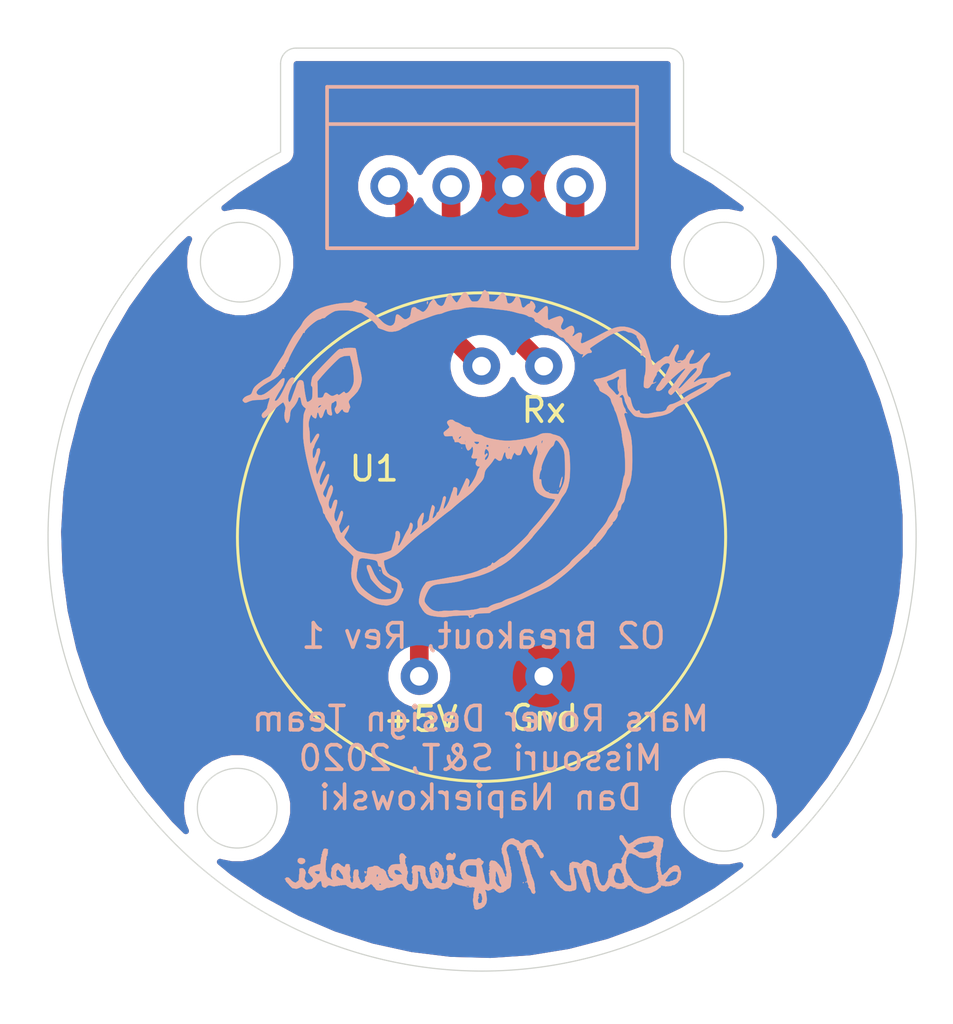
<source format=kicad_pcb>
(kicad_pcb (version 20171130) (host pcbnew "(5.1.4)-1")
  (layers (0 F.Cu signal) (31 B.Cu signal) (34 B.Paste user) (35 F.Paste user) (36 B.SilkS user) (37 F.SilkS user) (38 B.Mask user) (39 F.Mask user) (44 Edge.Cuts user))
  (net 0 "")
  (net 1 Tx)
  (net 2 Rx)
  (net 3 GND)
  (net 4 +5V)
  (module ESP8266:Signature (layer B.Cu) (at 153.162 125.73 180)
    (fp_text reference G*** hide)
    (fp_text value LOGO hide)
  )
  (module ESP8266:lizard_logo (layer B.Cu) (at 153.035 110.2995 180)
    (fp_text reference G*** hide)
    (fp_text value LOGO hide)
  )
  (module O2_Sensor:O2_Sensor (layer F.Cu) (at 153.0125 112.093)
    (fp_text reference U1 (at -4.4 -2.8) (layer F.SilkS))
    (fp_text value O2_sensor)
    (fp_text user Rx (at 2.55 -5.2) (layer F.SilkS))
    (fp_text user Gnd (at 2.55 7.4) (layer F.SilkS))
    (fp_text user +5V (at -2.5 7.45) (layer F.SilkS))
    (pad 4 thru_hole circle (at 2.55 -7) (size 1.524 1.524) (drill 0.762) (layers *.Cu *.Mask) (net 2 Rx))
    (pad 3 thru_hole circle (at 0 -7) (size 1.524 1.524) (drill 0.762) (layers *.Cu *.Mask) (net 1 Tx))
    (pad 2 thru_hole circle (at 2.55 5.7) (size 1.524 1.524) (drill 0.762) (layers *.Cu *.Mask) (net 3 GND))
    (pad 1 thru_hole circle (at -2.55 5.7) (size 1.524 1.524) (drill 0.762) (layers *.Cu *.Mask) (net 4 +5V))
  )
  (module MRDT_Connectors:MOLEX_SL_04_Vertical (layer B.Cu) (at 156.845 97.7265 180)
    (fp_text reference Conn1 hide)
    (fp_text value Molex_SL_04)
    (pad 4 thru_hole circle (at 7.62 0 180) (size 1.524 1.524) (drill 0.9) (layers *.Cu *.Mask) (net 1 Tx))
    (pad 4 thru_hole circle (at 7.62 0 180) (size 1.524 1.524) (drill 0.9) (layers *.Cu *.Mask) (net 1 Tx))
    (pad 3 thru_hole circle (at 5.08 0 180) (size 1.524 1.524) (drill 0.9) (layers *.Cu *.Mask) (net 2 Rx))
    (pad 2 thru_hole circle (at 2.54 0 180) (size 1.524 1.524) (drill 0.9) (layers *.Cu *.Mask) (net 3 GND))
    (pad 1 thru_hole circle (at 0 0 180) (size 1.524 1.524) (drill 0.9) (layers *.Cu *.Mask) (net 4 +5V))
  )
  (gr_arc (start 153.035 112.0775) (end 144.780001 96.329501) (angle -304.6735233) (layer Edge.Cuts) (width 0.05))
  (gr_text "\nMars Rover Design Team\nMissouri S&T, 2020\nDan Napierkowski" (at 152.9715 120.3325) (layer B.SilkS) (effects (font (size 1 1)) (justify mirror)))
  (gr_line (start 144.780001 96.329501) (end 144.78 92.71) (layer Edge.Cuts) (width 0.05))
  (gr_circle (center 162.941 123.317) (end 164.57295 123.317) (layer Edge.Cuts) (width 0.05))
  (gr_circle (center 143.002 123.19) (end 144.63395 123.19) (layer Edge.Cuts) (width 0.05))
  (gr_circle (center 143.129 100.838) (end 144.76095 100.838) (layer Edge.Cuts) (width 0.05))
  (gr_circle (center 162.941 100.838) (end 164.57295 100.838) (layer Edge.Cuts) (width 0.05))
  (gr_text "O2 Breakout, Rev 1" (at 153.0985 116.1415) (layer B.SilkS) (effects (font (size 1 1)) (justify mirror)))
  (gr_arc (start 160.655 92.71) (end 161.29 92.71) (angle -90) (layer Edge.Cuts) (width 0.05))
  (gr_arc (start 145.415 92.71) (end 145.415 92.075) (angle -90) (layer Edge.Cuts) (width 0.05))
  (gr_line (start 160.655 92.075) (end 145.415 92.075) (layer Edge.Cuts) (width 0.05))
  (gr_line (start 161.29 96.329501) (end 161.29 92.71) (layer Edge.Cuts) (width 0.05))
  (segment (start 153.0125 105.093) (end 152.972 105.093) (width 0.762) (layer B.Cu) (net 1))
  (segment (start 149.86 98.3615) (end 149.225 97.7265) (width 0.762) (layer F.Cu) (net 1))
  (segment (start 149.86 101.981) (end 149.86 98.3615) (width 0.762) (layer F.Cu) (net 1))
  (segment (start 152.972 105.093) (end 149.86 101.981) (width 0.762) (layer F.Cu) (net 1))
  (segment (start 151.765 97.7265) (end 151.765 101.2825) (width 0.762) (layer F.Cu) (net 2))
  (segment (start 155.5625 105.08) (end 155.5625 105.093) (width 0.762) (layer B.Cu) (net 2))
  (segment (start 151.765 101.2825) (end 155.5625 105.08) (width 0.762) (layer F.Cu) (net 2))
  (segment (start 156.845 97.7265) (end 156.845 101.473) (width 0.762) (layer F.Cu) (net 4))
  (segment (start 156.845 101.473) (end 159.639 104.267) (width 0.762) (layer F.Cu) (net 4))
  (segment (start 159.639 104.267) (end 159.639 107.95) (width 0.762) (layer F.Cu) (net 4))
  (segment (start 159.639 107.95) (end 156.6545 110.9345) (width 0.762) (layer F.Cu) (net 4))
  (segment (start 156.6545 110.9345) (end 152.8445 110.9345) (width 0.762) (layer F.Cu) (net 4))
  (segment (start 150.4625 113.3165) (end 150.4625 117.793) (width 0.762) (layer F.Cu) (net 4))
  (segment (start 152.8445 110.9345) (end 150.4625 113.3165) (width 0.762) (layer F.Cu) (net 4))
  (zone (net 3) (net_name GND) (layer F.Cu) (connect_pads yes (clearance 0.508)) (min_thickness 0.254) (fill yes (arc_segments 32) (thermal_gap 0.508) (thermal_bridge_width 0.508))
    (polygon (pts (xy 172.2755 90.1065) (xy 171.7675 131.3815) (xy 133.2865 130.556) (xy 135.001 90.17)))
  )
  (zone (net 3) (net_name GND) (layer B.Cu) (connect_pads (clearance 0.508)) (min_thickness 0.254) (fill yes (arc_segments 32) (thermal_gap 0.508) (thermal_bridge_width 0.508))
    (polygon (pts (xy 172.339 90.979625) (xy 171.577 132.032375) (xy 133.985 131.22275) (xy 135.0645 90.7415)))
  )
)
</source>
